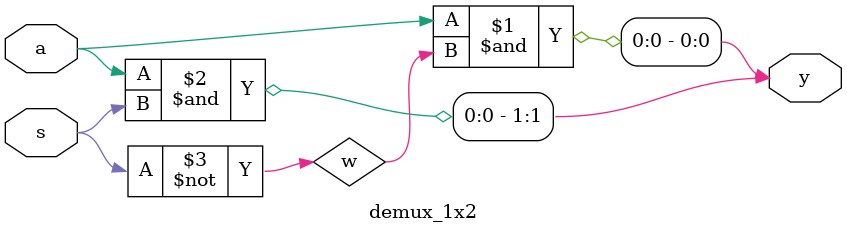
<source format=v>
`timescale 1ns / 1ps


module demux_1x2(
    input a,s,
    output  [1:0] y
    );
    wire w;
    not a1(w,s);
    and a2(y[0],a,w);
    and a3(y[1],a,s);
        
    
endmodule

</source>
